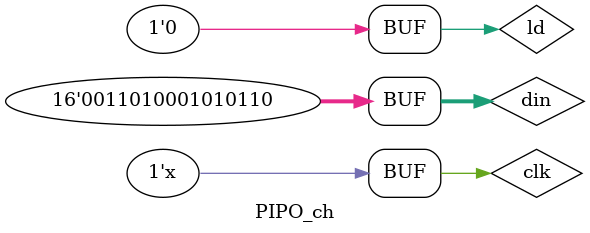
<source format=v>
`timescale 1ns / 1ps


module PIPO_ch;

	// Inputs
	reg [15:0] din;
	reg ld;
	reg clk;

	// Outputs
	wire [15:0] dout;

	// Instantiate the Unit Under Test (UUT)
	PIPO1 uut (
		.dout(dout), 
		.din(din), 
		.ld(ld), 
		.clk(clk)
	);

	initial begin
		// Initialize Inputs
		din = 16'h3451;
		ld = 0;
		clk = 0;

		// Wait 100 ns for global reset to finish
		#150;
		
		ld=1;
		
		#200;
		ld=0;
		#400;
		din = 16'h3456;
		ld=1;
		#200;
		ld=0;
		
        
		// Add stimulus here

	end
      
	always #100 clk=~clk;
endmodule


</source>
